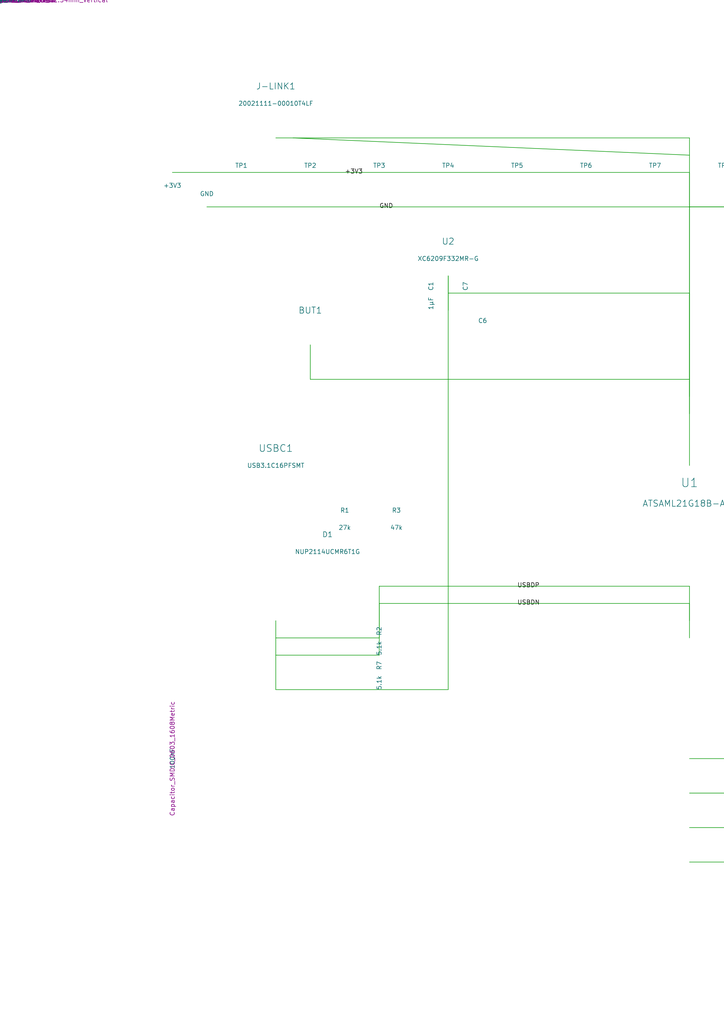
<source format=kicad_sch>
(kicad_sch (version 20231120) (generator "grok_xai")

  (uuid 8f5a2c19-7d41-4b3a-9f6d-1e2f8c7b9a3e)

  (paper "A4" portrait)

  (title_block
    (title "Sheet_1")
    (date "2024-04-30")
    (rev "1.2")
    (company "Your Company")
    (comment 1 "Drawn By: mihai.cuciuc")
    (comment 2 "Sheet: 1/1")
  )

(text "P1 and P2 mirrored on Pomelo Physics!" (at 105 375 0)
  (effects (font (size 1.8 1.8) italic))
)

(symbol (lib_id "power:+3V3") (at 50 50 0) (unit 1)
    (property "Reference" "#PWR01" (id 0) (at 50 46.2 0) (effects hide))
    (property "Value" "+3V3" (id 1) (at 50 53.8 0))
    (pin "1" (uuid 00000000-0000-0000-0000-000000000001))
  )

  (symbol (lib_id "power:GND") (at 60 60 0) (unit 1)
    (property "Reference" "#PWR02" (id 0) (at 60 63.8 0) (effects hide))
    (property "Value" "GND" (id 1) (at 60 56.2 0))
    (pin "1" (uuid 00000000-0000-0000-0000-000000000002))
  )

  (symbol (lib_id "power:+3V3") (at 300 350 0) (mirror y) (unit 1)
    (property "Reference" "#FLG01" (id 0) (at 300 353.8 0) (effects hide))
    (pin "1" (uuid 11111111-1111-1111-1111-111111111111))
  )

  (symbol (lib_id "power:GND") (at 310 360 0) (mirror y) (unit 1)
    (property "Reference" "#FLG02" (id 0) (at 310 363.8 0) (effects hide))
    (pin "1" (uuid 11111111-1111-1111-1111-111111111112))
  )


  (symbol (lib_id "Connector:USB_C_Receptacle_USB3.1") (at 80 180 0) (unit 1)
    (property "Reference" "USBC1" (id 0) (at 80 130 0) (effects (font (size 2 2))))
    (property "Value" "USB3.1C16PFSMT" (id 1) (at 80 135 0))
    (property "Footprint" "Connector_USB:USB_C_Receptacle_Molex_Mini_Fit_Jr" (id 2) (at 80 230 0) (effects hide))
    (pin "A1" (uuid a0000001-0000-0000-0000-000000000001))
    (pin "A4" (uuid a0000001-0000-0000-0000-000000000004))
    (pin "A5" (uuid a0000001-0000-0000-0000-000000000005))
    (pin "A6" (uuid a0000001-0000-0000-0000-000000000006))
    (pin "A7" (uuid a0000001-0000-0000-0000-000000000007))
    (pin "A8" (uuid a0000001-0000-0000-0000-000000000008))
    (pin "A9" (uuid a0000001-0000-0000-0000-000000000009))
    (pin "A12" (uuid a0000001-0000-0000-0000-000000000012))
    (pin "B5" (uuid a0000001-0000-0000-0000-000000000017))
    (pin "B6" (uuid a0000001-0000-0000-0000-000000000018))
    (pin "B7" (uuid a0000001-0000-0000-0000-000000000019))
    (pin "B8" (uuid a0000001-0000-0000-0000-000000000020))
  )
  


  (symbol (lib_id "Diode:TVS_Array_SO-8") (at 95 165 0) (unit 1)
    (property "Reference" "D1" (id 0) (at 95 155 0) (effects (font (size 1.5 1.5))))
    (property "Value" "NUP2114UCMR6T1G" (id 1) (at 95 160 0))
    (property "Footprint" "Package_SO:SO-8_3.9x4.9mm_P1.27mm" (id 2) (at 95 175 0) (effects hide))
    (pin "1" (uuid b0000001-0000-0000-0000-000000000001))
    (pin "2" (uuid b0000001-0000-0000-0000-000000000002))
    (pin "3" (uuid b0000001-0000-0000-0000-000000000003))
    (pin "4" (uuid b0000001-0000-0000-0000-000000000004))
    (pin "5" (uuid b0000001-0000-0000-0000-000000000005))
    (pin "6" (uuid b0000001-0000-0000-0000-000000000006))
    (pin "7" (uuid b0000001-0000-0000-0000-000000000007))
    (pin "8" (uuid b0000001-0000-0000-0000-000000000008))
  )





  (symbol (lib_id "Device:R") (at 110 185 90) (unit 1)
    (property "Reference" "R2" (id 0) (at 110 183 0))
    (property "Value" "5.1k" (id 1) (at 110 188 0))
    (property "Footprint" "Resistor_SMD:R_0603_1608Metric" (id 2) (at 110 190 0) (effects hide))
    (pin "1" (uuid c0000001-0000-0000-0000-000000000001))
    (pin "2" (uuid c0000001-0000-0000-0000-000000000002))
  )

  (symbol (lib_id "Device:R") (at 110 195 90) (unit 1)
    (property "Reference" "R7" (id 0) (at 110 193 0))
    (property "Value" "5.1k" (id 1) (at 110 198 0))
    (pin "1" (uuid c0000002-0000-0000-0000-000000000001))
    (pin "2" (uuid c0000002-0000-0000-0000-000000000002))
  )

  (symbol (lib_id "Device:R") (at 100 150 0) (unit 1)
    (property "Reference" "R1" (id 0) (at 100 148 0))
    (property "Value" "27k" (id 1) (at 100 153 0))
    (pin "1" (uuid c0000003-0000-0000-0000-000000000001))
    (pin "2" (uuid c0000003-0000-0000-0000-000000000002))
  )

  (symbol (lib_id "Device:R") (at 115 150 0) (unit 1)
    (property "Reference" "R3" (id 0) (at 115 148 0))
    (property "Value" "47k" (id 1) (at 115 153 0))
    (pin "1" (uuid c0000004-0000-0000-0000-000000000001))
    (pin "2" (uuid c0000004-0000-0000-0000-000000000002))
  )




  (symbol (lib_id "MCU_Microchip_ATSAML:ATSAML21G18B-AUT") (at 200 200 0) (unit 1)
    (property "Reference" "U1" (id 0) (at 200 140 0) (effects (font (size 2.5 2.5))))
    (property "Value" "ATSAML21G18B-AUT" (id 1) (at 200 146 0) (effects (font (size 1.8 1.8))))
    (property "Footprint" "Package_QFN:QFN-48-1EP_7x7mm_P0.5mm_EP5.1x5.1mm" (id 2) (at 200 260 0) (effects hide))
    (pin "1"  (uuid u1000001-0000-0000-0000-000000000001))
    (pin "2"  (uuid u1000001-0000-0000-0000-000000000002))
    (pin "3"  (uuid u1000001-0000-0000-0000-000000000003))
    (pin "4"  (uuid u1000001-0000-0000-0000-000000000004))
    (pin "5"  (uuid u1000001-0000-0000-0000-000000000005))
    (pin "6"  (uuid u1000001-0000-0000-0000-000000000006))
    (pin "7"  (uuid u1000001-0000-0000-0000-000000000007))
    (pin "8"  (uuid u1000001-0000-0000-0000-000000000008))
    (pin "9"  (uuid u1000001-0000-0000-0000-000000000009))
    (pin "10" (uuid u1000001-0000-0000-0000-000000000010))
    (pin "11" (uuid u1000001-0000-0000-0000-000000000011))
    (pin "12" (uuid u1000001-0000-0000-0000-000000000012))
    (pin "13" (uuid u1000001-0000-0000-0000-000000000013))
    (pin "14" (uuid u1000001-0000-0000-0000-000000000014))
    (pin "15" (uuid u1000001-0000-0000-0000-000000000015))
    (pin "16" (uuid u1000001-0000-0000-0000-000000000016))
    (pin "17" (uuid u1000001-0000-0000-0000-000000000017))
    (pin "18" (uuid u1000001-0000-0000-0000-000000000018))
    (pin "19" (uuid u1000001-0000-0000-0000-000000000019))
    (pin "20" (uuid u1000001-0000-0000-0000-000000000020))
    (pin "21" (uuid u1000001-0000-0000-0000-000000000021))
    (pin "22" (uuid u1000001-0000-0000-0000-000000000022))
    (pin "23" (uuid u1000001-0000-0000-0000-000000000023))
    (pin "24" (uuid u1000001-0000-0000-0000-000000000024))
    (pin "25" (uuid u1000001-0000-0000-0000-000000000025))
    (pin "26" (uuid u1000001-0000-0000-0000-000000000026))
    (pin "27" (uuid u1000001-0000-0000-0000-000000000027))
    (pin "28" (uuid u1000001-0000-0000-0000-000000000028))
    (pin "29" (uuid u1000001-0000-0000-0000-000000000029))
    (pin "30" (uuid u1000001-0000-0000-0000-000000000030))
    (pin "31" (uuid u1000001-0000-0000-0000-000000000031))
    (pin "32" (uuid u1000001-0000-0000-0000-000000000032))
    (pin "33" (uuid u1000001-0000-0000-0000-000000000033))
    (pin "34" (uuid u1000001-0000-0000-0000-000000000034))
    (pin "35" (uuid u1000001-0000-0000-0000-000000000035))
    (pin "36" (uuid u1000001-0000-0000-0000-000000000036))
    (pin "37" (uuid u1000001-0000-0000-0000-000000000037))
    (pin "38" (uuid u1000001-0000-0000-0000-000000000038))
    (pin "39" (uuid u1000001-0000-0000-0000-000000000039))
    (pin "40" (uuid u1000001-0000-0000-0000-000000000040))
    (pin "41" (uuid u1000001-0000-0000-0000-000000000041))
    (pin "42" (uuid u1000001-0000-0000-0000-000000000042))
    (pin "43" (uuid u1000001-0000-0000-0000-000000000043))
    (pin "44" (uuid u1000001-0000-0000-0000-000000000044))
    (pin "45" (uuid u1000001-0000-0000-0000-000000000045))
    (pin "46" (uuid u1000001-0000-0000-0000-000000000046))
    (pin "47" (uuid u1000001-0000-0000-0000-000000000047))
    (pin "48" (uuid u1000001-0000-0000-0000-000000000048))
    (pin "49" (uuid u1000001-0000-0000-0000-000000000049))
  )
  


  (symbol (lib_id "Regulator_Linear:SOT-23-5") (at 130 80 0) (unit 1)
    (property "Reference" "U2" (id 0) (at 130 70 0) (effects (font (size 1.8 1.8))))
    (property "Value" "XC6209F332MR-G" (id 1) (at 130 75 0))
    (property "Footprint" "Package_TO_SOT_SMD:SOT-23-5" (id 2) (at 130 90 0) (effects hide))
    (pin "1" (uuid ldo00001-0000-0000-0000-000000000001))
    (pin "2" (uuid ldo00001-0000-0000-0000-000000000002))
    (pin "3" (uuid ldo00001-0000-0000-0000-000000000003))
    (pin "4" (uuid ldo00001-0000-0000-0000-000000000004))
    (pin "5" (uuid ldo00001-0000-0000-0000-000000000005))
  )




  (symbol (lib_id "Device:C") (at 125 85 90) (unit 1)
    (property "Reference" "C1" (id 0) (at 125 83 0))
    (property "Value" "1µF" (id 1) (at 125 88 0))
    (property "Footprint" "Capacitor_SMD:C_0603_1608Metric" (id 2) (effects hide))
    (pin "1" (uuid cap00001-0000-0000-0000-000000000001))
    (pin "2" (uuid cap00001-0000-0000-0000-000000000002))
  )

  (symbol (lib_id "Device:C") (at 135 85 90) (unit 1)
    (property "Reference" "C7" (id 0) (at 135 83 0))
    (property "Value" "100nF" (id 1))
    (property "Footprint" "Capacitor_SMD:C_0603_1608Metric")
    (pin "1" (uuid cap00007-0000-0000-0000-000000000001))
    (pin "2" (uuid cap00007-0000-0000-0000-000000000002))
  )

  (symbol (lib_id "Device:C") (at 140 95 0) (unit 1)
    (property "Reference" "C6" (id 0) (at 140 93 0))
    (property "Value" "10µF")
    (property "Footprint" "Capacitor_SMD:C_1206_3216Metric")
    (pin "1" (uuid cap00006-0000-0000-0000-000000000001))
    (pin "2" (uuid cap00006-0000-0000-0000-000000000002))
  )




  (symbol (lib_id "Connector:Conn_01x10_Male") (at 80 40 0) (unit 1)
    (property "Reference" "J-LINK1" (id 0) (at 80 25 0) (effects (font (size 1.8 1.8))))
    (property "Value" "20021111-00010T4LF" (id 1) (at 80 30 0))
    (property "Footprint" "Connector_PinHeader_2.54mm:PinHeader_2x05_P2.54mm_Vertical")
    (pin "1"  (uuid jlink001-0000-0000-0000-000000000001))
    (pin "2"  (uuid jlink001-0000-0000-0000-000000000002))
    (pin "3"  (uuid jlink001-0000-0000-0000-000000000003))
    (pin "4"  (uuid jlink001-0000-0000-0000-000000000004))
    (pin "5"  (uuid jlink001-0000-0000-0000-000000000005))
    (pin "6"  (uuid jlink001-0000-0000-0000-000000000006))
    (pin "7"  (uuid jlink001-0000-0000-0000-000000000007))
    (pin "8"  (uuid jlink001-0000-0000-0000-000000000008))
    (pin "9"  (uuid jlink001-0000-0000-0000-000000000009))
    (pin "10" (uuid jlink001-0000-0000-0000-000000000010))
  )




  (symbol (lib_id "Device:LED") (at 340 50 0) (unit 1)
    (property "Reference" "LED1" (id 0) (at 340 45 0))
    (property "Value" "19-217/GHC-YR1S2/3T" (id 1) (at 340 55 0))
    (property "Footprint" "LED_SMD:LED_0603_1608Metric")
    (pin "1" (uuid led00001-0000-0000-0000-000000000001))
    (pin "2" (uuid led00001-0000-0000-0000-000000000002))
  )

  (symbol (lib_id "Device:R") (at 335 55 90) (unit 1)
    (property "Reference" "R26" (id 0) (at 335 53 0))
    (property "Value" "2.2k")
    (pin "1" (uuid r2600001-0000-0000-0000-000000000001))
    (pin "2" (uuid r2600001-0000-0000-0000-000000000002))
  )




  (symbol (lib_id "Switch:SW_Push") (at 90 100 0) (unit 1)
    (property "Reference" "BUT1" (id 0) (at 90 90 0) (effects (font (size 1.8 1.8))))
    (property "Value" "TS-1187A-B-A-B")
    (property "Footprint" "Button_Switch_THT:SW_PUSH_6mm")
    (pin "1" (uuid but00001-0000-0000-0000-000000000001))
    (pin "2" (uuid but00001-0000-0000-0000-000000000002))
  )
  


  (symbol (lib_id "Amplifier_Operational:OPA357") (at 300 280 0) (unit 1)
    (property "Reference" "U7" (id 0) (at 300 265 0) (effects (font (size 1.8 1.8))))
    (property "Value" "OPA357AIDBVR" (id 1) (at 300 270 0))
    (property "Footprint" "Package_TO_SOT_SMD:SOT-23-5")
    (pin "1" (uuid op700001-0000-0000-0000-000000000001))
    (pin "2" (uuid op700001-0000-0000-0000-000000000002))
    (pin "3" (uuid op700001-0000-0000-0000-000000000003))
    (pin "4" (uuid op700001-0000-0000-0000-000000000004))
    (pin "5" (uuid op700001-0000-0000-0000-000000000005))
  )

  (symbol (lib_id "Amplifier_Comparator:TLV3201") (at 340 280 0) (unit 1)
    (property "Reference" "U6" (id 0) (at 340 265 0) (effects (font (size 1.8 1.8))))
    (property "Value" "TLV3201AIDBVT" (id 1) (at 340 270 0))
    (property "Footprint" "Package_TO_SOT_SMD:SOT-23-5")
    (pin "1" (uuid comp0001-0000-0000-0000-000000000001))
    (pin "2" (uuid comp0001-0000-0000-0000-000000000002))
    (pin "3" (uuid comp0001-0000-0000-0000-000000000003))
    (pin "4" (uuid comp0001-0000-0000-0000-000000000004))
    (pin "5" (uuid comp0001-0000-0000-0000-000000000005))
  )




  (symbol (lib_id "Device:R") (at 295 275 90) (unit 1)
    (property "Reference" "R5" (id 0) (at 295 273 0))
    (property "Value" "220k")
    (pin "1" (uuid r5000001-0000-0000-0000-000000000001))
    (pin "2" (uuid r5000001-0000-0000-0000-000000000002))
  )

  (symbol (lib_id "Device:R") (at 305 275 90) (unit 1)
    (property "Reference" "R6" (id 0) (at 305 273 0))
    (property "Value" "1M")
    (pin "1" (uuid r6000001-0000-0000-0000-000000000001))
    (pin "2" (uuid r6000001-0000-0000-0000-000000000002))
  )

  (symbol (lib_id "Device:R") (at 335 275 90) (unit 1)
    (property "Reference" "R9" (id 0) (at 335 273 0))
    (property "Value" "1k")
    (pin "1" (uuid r9000001-0000-0000-0000-000000000001))
    (pin "2" (uuid r9000001-0000-0000-0000-000000000002))
  )

  (symbol (lib_id "Device:C") (at 310 285 0) (unit 1)
    (property "Reference" "C13" (id 0) (at 310 283 0))
    (property "Value" "1µF")
    (pin "1" (uuid c1300001-0000-0000-0000-000000000001))
    (pin "2" (uuid c1300001-0000-0000-0000-000000000002))
  )




  (symbol (lib_id "Transistor_FET:AO3401A") (at 380 240 0) (unit 1)
    (property "Reference" "Q3" (id 0) (at 380 230 0))
    (property "Value" "AO3401A")
    (pin "1" (uuid q3000001-0000-0000-0000-000000000001))
    (pin "2" (uuid q3000001-0000-0000-0000-000000000002))
    (pin "3" (uuid q3000001-0000-0000-0000-000000000003))
  )

  (symbol (lib_id "Transistor_FET:AO3401A") (at 390 240 0) (unit 1)
    (property "Reference" "Q4" (id 0) (at 390 230 0))
    (property "Value" "AO3401A")
    (pin "1" (uuid q4000001-0000-0000-0000-000000000001))
    (pin "2" (uuid q4000001-0000-0000-0000-000000000002))
    (pin "3" (uuid q4000001-0000-0000-0000-000000000003))
  )

  (symbol (lib_id "Transistor_BJT:MMBT5551") (at 400 250 0) (unit 1)
    (property "Reference" "Q5" (id 0) (at 400 240 0))
    (property "Value" "MMBT5551LT1G")
    (pin "1" (uuid q5000001-0000-0000-0000-000000000001))
    (pin "2" (uuid q5000001-0000-0000-0000-000000000002))
    (pin "3" (uuid q5000001-0000-0000-0000-000000000003))
  )
  


  (symbol (lib_id "Device:R") (at 280 320 90) (unit 1)
    (property "Reference" "R11" (id 0) (at 280 318 0))
    (property "Value" "10M")
    (pin "1" (uuid r1100001-0000-0000-0000-000000000001))
    (pin "2" (uuid r1100001-0000-0000-0000-000000000002))
  )

  (symbol (lib_id "Device:R") (at 280 335 90) (unit 1)
    (property "Reference" "R12" (id 0) (at 280 333 0))
    (property "Value" "10M")
    (pin "1" (uuid r1200001-0000-0000-0000-000000000001))
    (pin "2" (uuid r1200001-0000-0000-0000-000000000002))
  )

  (symbol (lib_id "Device:C") (at 285 330 0) (unit 1)
    (property "Reference" "C10" (id 0) (at 285 328 0))
    (property "Value" "100nF")
    (pin "1" (uuid c1000001-0000-0000-0000-000000000001))
    (pin "2" (uuid c1000001-0000-0000-0000-000000000002))
  )

  (symbol (lib_id "Device:L") (at 295 330 0) (unit 1)
    (property "Reference" "L2" (id 0) (at 295 325 0))
    (property "Value" "10µH")
    (property "Footprint" "Inductor_SMD:L_0805_2012Metric")
    (pin "1" (uuid l2000001-0000-0000-0000-000000000001))
    (pin "2" (uuid l2000001-0000-0000-0000-000000000002))
  )




  (symbol (lib_id "Connector:Conn_02x02_Odd_Even") (at 100 380 0) (unit 1)
    (property "Reference" "P1" (id 0) (at 100 365 0) (effects (font (size 1.8 1.8))))
    (property "Value" "Header_2x2_2.54mm")
    (pin "1" (uuid p1000001-0000-0000-0000-000000000001))
    (pin "2" (uuid p1000001-0000-0000-0000-000000000002))
    (pin "3" (uuid p1000001-0000-0000-0000-000000000003))
    (pin "4" (uuid p1000001-0000-0000-0000-000000000004))
  )

  (symbol (lib_id "Connector:Conn_02x02_Odd_Even") (at 130 380 0) (unit 1)
    (property "Reference" "P2" (id 0) (at 130 365 0) (effects (font (size 1.8 1.8))))
    (property "Value" "Header_2x2_2.54mm")
    (pin "1" (uuid p2000001-0000-0000-0000-000000000001))
    (pin "2" (uuid p2000001-0000-0000-0000-000000000002))
    (pin "3" (uuid p2000001-0000-0000-0000-000000000003))
    (pin "4" (uuid p2000001-0000-0000-0000-000000000004))
  )




  (symbol (lib_id "Connector:Conn_01x07") (at 360 100 0) (unit 1)
    (property "Reference" "H2" (id 0) (at 360 85 0))
    (pin "1" (uuid h2000001-0000-0000-0000-000000000001))
    (pin "2" (uuid h2000001-0000-0000-0000-000000000002))
    (pin "3" (uuid h2000001-0000-0000-0000-000000000003))
    (pin "4" (uuid h2000001-0000-0000-0000-000000000004))
    (pin "5" (uuid h2000001-0000-0000-0000-000000000005))
    (pin "6" (uuid h2000001-0000-0000-0000-000000000006))
    (pin "7" (uuid h2000001-0000-0000-0000-000000000007))
  )

  (symbol (lib_id "Connector:Conn_01x07") (at 360 140 0) (unit 1)
    (property "Reference" "H3" (id 0) (at 360 125 0))
    (pin "1" (uuid h3000001-0000-0000-0000-000000000001))
    (pin "2" (uuid h3000001-0000-0000-0000-000000000002))
    (pin "3" (uuid h3000001-0000-0000-0000-000000000003))
    (pin "4" (uuid h3000001-0000-0000-0000-000000000004))
    (pin "5" (uuid h3000001-0000-0000-0000-000000000005))
    (pin "6" (uuid h3000001-0000-0000-0000-000000000006))
    (pin "7" (uuid h3000001-0000-0000-0000-000000000007))
  )

  (symbol (lib_id "Connector:Conn_01x07") (at 360 180 0) (unit 1)
    (property "Reference" "H5" (id 0) (at 360 165 0))
    (pin "1" (uuid h5000001-0000-0000-0000-000000000001))
    (pin "2" (uuid h5000001-0000-0000-0000-000000000002))
    (pin "3" (uuid h5000001-0000-0000-0000-000000000003))
    (pin "4" (uuid h5000001-0000-0000-0000-000000000004))
    (pin "5" (uuid h5000001-0000-0000-0000-000000000005))
    (pin "6" (uuid h5000001-0000-0000-0000-000000000006))
    (pin "7" (uuid h5000001-0000-0000-0000-000000000007))
  )



  (symbol (lib_id "TestPoint:TestPoint_Pad_1.5x1.5mm") (at  70  50 0) (unit 1)
    (property "Reference" "TP1" (id 0) (at 70 48 0))
  )
  (symbol (lib_id "TestPoint:TestPoint_Pad_1.5x1.5mm") (at  90  50 0) (unit 1)
    (property "Reference" "TP2" (id 0) (at 90 48 0))
  )
  (symbol (lib_id "TestPoint:TestPoint_Pad_1.5x1.5mm") (at 110  50 0) (unit 1)
    (property "Reference" "TP3" (id 0) (at 110 48 0))
  )
  (symbol (lib_id "TestPoint:TestPoint_Pad_1.5x1.5mm") (at 130  50 0) (unit 1)
    (property "Reference" "TP4" (id 0) (at 130 48 0))
  )
  (symbol (lib_id "TestPoint:TestPoint_Pad_1.5x1.5mm") (at 150  50 0) (unit 1)
    (property "Reference" "TP5" (id 0) (at 150 48 0))
  )
  (symbol (lib_id "TestPoint:TestPoint_Pad_1.5x1.5mm") (at 170  50 0) (unit 1)
    (property "Reference" "TP6" (id 0) (at 170 48 0))
  )
  (symbol (lib_id "TestPoint:TestPoint_Pad_1.5x1.5mm") (at 190  50 0) (unit 1)
    (property "Reference" "TP7" (id 0) (at 190 48 0))
  )
  (symbol (lib_id "TestPoint:TestPoint_Pad_1.5x1.5mm") (at 210  50 0) (unit 1)
    (property "Reference" "TP8" (id 0) (at 210 48 0))
  )
  (symbol (lib_id "TestPoint:TestPoint_Pad_1.5x1.5mm") (at 230  50 0) (unit 1)
    (property "Reference" "TP9" (id 0) (at 230 48 0))
  )
  (symbol (lib_id "TestPoint:TestPoint_Pad_1.5x1.5mm") (at 250  50 0) (unit 1)
    (property "Reference" "TP10" (id 0) (at 250 48 0))
  )
  (symbol (lib_id "TestPoint:TestPoint_Pad_1.5x1.5mm") (at 270  50 0) (unit 1)
    (property "Reference" "TP11" (id 0) (at 270 48 0))
  )
  (symbol (lib_id "TestPoint:TestPoint_Pad_1.5x1.5mm") (at 290  50 0) (unit 1)
    (property "Reference" "TP12" (id 0) (at 290 48 0))
  )
  (symbol (lib_id "TestPoint:TestPoint_Pad_1.5x1.5mm") (at 310  50 0) (unit 1)
    (property "Reference" "TP13" (id 0) (at 310 48 0))
  )
  (symbol (lib_id "TestPoint:TestPoint_Pad_1.5x1.5mm") (at 330  50 0) (unit 1)
    (property "Reference" "TP14" (id 0) (at 330 48 0))
  )
  (symbol (lib_id "TestPoint:TestPoint_Pad_1.5x1.5mm") (at 350  50 0) (unit 1)
    (property "Reference" "TP15" (id 0) (at 350 48 0))
  )
  (symbol (lib_id "TestPoint:TestPoint_Pad_1.5x1.5mm") (at 370  50 0) (unit 1)
    (property "Reference" "TP16" (id 0) (at 370 48 0))
  )
  (symbol (lib_id "TestPoint:TestPoint_Pad_1.5x1.5mm") (at 390  50 0) (unit 1)
    (property "Reference" "TP17" (id 0) (at 390 48 0))
  )
  (symbol (lib_id "TestPoint:TestPoint_Pad_1.5x1.5mm") (at 410  50 0) (unit 1)
    (property "Reference" "TP18" (id 0) (at 410 48 0))
  )




  (symbol (lib_id "Device:R") (at 260 290 90) (unit 1)
    (property "Reference" "R8" (id 0) (at 260 288 0))
    (property "Value" "100k")
    (pin "1" (uuid r8000001-0000-0000-0000-000000000001))
    (pin "2" (uuid r8000001-0000-0000-0000-000000000002))
  )

  (symbol (lib_id "Device:R") (at 320 300 0) (unit 1)
    (property "Reference" "R10" (id 0) (at 320 298 0))
    (property "Value" "4.7k")
    (pin "1" (uuid r1000001-0000-0000-0000-000000000001))
    (pin "2" (uuid r1000001-0000-0000-0000-000000000002))
  )

  (symbol (lib_id "Device:C") (at 330 310 90) (unit 1)
    (property "Reference" "C15" (id 0) (at 330 308 0))
    (property "Value" "22pF")
    (pin "1" (uuid c1500001-0000-0000-0000-000000000001))
    (pin "2" (uuid c1500001-0000-0000-0000-000000000002))
  )
  


  (wire (pts (xy 80 180) (xy 80 200))
    (stroke (width 0) (type solid))
    (uuid 10000000-0000-0000-0000-000000000001))
  (wire (pts (xy 80 200) (xy 130 200))
    (stroke (width 0) (type solid))
    (uuid 10000000-0000-0000-0000-000000000002))
  (wire (pts (xy 130 200) (xy 130 80))
    (stroke (width 0) (type solid))
    (uuid 10000000-0000-0000-0000-000000000003))
  (wire (pts (xy 130 80) (xy 130 90))
    (stroke (width 0) (type solid))
    (uuid 10000000-0000-0000-0000-000000000004))

  (wire (pts (xy 80 185) (xy 110 185))
    (stroke (width 0) (type solid))
    (uuid 10000000-0000-0000-0000-000000000005))
  (wire (pts (xy 110 185) (xy 110 170))
    (stroke (width 0) (type solid))
    (uuid 10000000-0000-0000-0000-000000000006))
  (wire (pts (xy 110 170) (xy 200 170))
    (stroke (width 0) (type solid))
    (uuid 10000000-0000-0000-0000-000000000007))
  (wire (pts (xy 200 170) (xy 200 180))
    (stroke (width 0) (type solid))
    (uuid 10000000-0000-0000-0000-000000000008))

  (wire (pts (xy 80 190) (xy 110 190))
    (stroke (width 0) (type solid))
    (uuid 10000000-0000-0000-0000-000000000009))
  (wire (pts (xy 110 190) (xy 110 175))
    (stroke (width 0) (type solid))
    (uuid 10000000-0000-0000-0000-000000000010))
  (wire (pts (xy 110 175) (xy 200 175))
    (stroke (width 0) (type solid))
    (uuid 10000000-0000-0000-0000-000000000011))
  (wire (pts (xy 200 175) (xy 200 185))
    (stroke (width 0) (type solid))
    (uuid 10000000-0000-0000-0000-000000000012))

  (wire (pts (xy 50 50) (xy 200 50))
    (stroke (width 0) (type solid))
    (uuid 20000000-0000-0000-0000-000000000001))
  (wire (pts (xy 200 50) (xy 200 100))
    (stroke (width 0) (type solid))
    (uuid 20000000-0000-0000-0000-000000000002))
  (wire (pts (xy 200 100) (xy 200 110))
    (stroke (width 0) (type solid))
    (uuid 20000000-0000-0000-0000-000000000003))

  (wire (pts (xy 60 60) (xy 400 60))
    (stroke (width 0) (type solid))
    (uuid 30000000-0000-0000-0000-000000000001))

  (wire (pts (xy 300 280) (xy 320 280))
    (stroke (width 0) (type solid))
    (uuid 40000000-0000-0000-0000-000000000001))
  (wire (pts (xy 320 280) (xy 340 280))
    (stroke (width 0) (type solid))
    (uuid 40000000-0000-0000-0000-000000000002))
  (wire (pts (xy 340 280) (xy 340 275))
    (stroke (width 0) (type solid))
    (uuid 40000000-0000-0000-0000-000000000003))

  (wire (pts (xy 280 320) (xy 280 350))
    (stroke (width 0) (type solid))
    (uuid 50000000-0000-0000-0000-000000000001))
  (wire (pts (xy 280 350) (xy 295 350))
    (stroke (width 0) (type solid))
    (uuid 50000000-0000-0000-0000-000000000002))
  (wire (pts (xy 295 350) (xy 100 350))
    (stroke (width 0) (type solid))
    (uuid 50000000-0000-0000-0000-000000000003))
  (wire (pts (xy 100 350) (xy 100 380))
    (stroke (width 0) (type solid))
    (uuid 50000000-0000-0000-0000-000000000004))

  (wire (pts (xy 200 220) (xy 350 220))
    (stroke (width 0) (type solid))
    (uuid 60000000-0000-0000-0000-000000000001))
  (wire (pts (xy 350 220) (xy 360 140))
    (stroke (width 0) (type solid))
    (uuid 60000000-0000-0000-0000-000000000002))




  (wire (pts (xy 200 240) (xy 380 240))
    (stroke (width 0) (type solid))
    (uuid 70000000-0000-0000-0000-000000000001))
  (wire (pts (xy 380 240) (xy 380 100))
    (stroke (width 0) (type solid))
    (uuid 70000000-0000-0000-0000-000000000002))

  (wire (pts (xy 200 230) (xy 360 230))
    (stroke (width 0) (type solid))
    (uuid 80000000-0000-0000-0000-000000000001))
  (wire (pts (xy 360 230) (xy 360 100))
    (stroke (width 0) (type solid))
    (uuid 80000000-0000-0000-0000-000000000002))

  (wire (pts (xy 200 250) (xy 360 250))
    (stroke (width 0) (type solid))
    (uuid 90000000-0000-0000-0000-000000000001))

  (wire (pts (xy 340 275) (xy 360 275))
    (stroke (width 0) (type solid))
    (uuid a0000000-0000-0000-0000-000000000001))
  (wire (pts (xy 360 275) (xy 360 180))
    (stroke (width 0) (type solid))
    (uuid a0000000-0000-0000-0000-000000000002))

  (wire (pts (xy 130 85) (xy 200 85))
    (stroke (width 0) (type solid))
    (uuid b0000000-0000-0000-0000-000000000001))
  (wire (pts (xy 200 85) (xy 200 120))
    (stroke (width 0) (type solid))
    (uuid b0000000-0000-0000-0000-000000000002))

  (wire (pts (xy 90 100) (xy 90 110))
    (stroke (width 0) (type solid))
    (uuid c0000000-0000-0000-0000-000000000001))
  (wire (pts (xy 90 110) (xy 200 110))
    (stroke (width 0) (type solid))
    (uuid c0000000-0000-0000-0000-000000000002))
  (wire (pts (xy 200 110) (xy 200 115))
    (stroke (width 0) (type solid))
    (uuid c0000000-0000-0000-0000-000000000003))

  (wire (pts (xy 80 40) (xy 200 40))
    (stroke (width 0) (type solid))
    (uuid d0000000-0000-0000-0000-000000000001))
  (wire (pts (xy 200 40) (xy 200 135))
    (stroke (width 0) (type solid))
    (uuid d0000000-0000-0000-0000-000000000002))

  (wire (pts (xy 85 40) (xy 200 45))
    (stroke (width 0) (type solid))
    (uuid e0000000-0000-0000-0000-000000000001))

  (wire (pts (xy 335 55) (xy 335 60))
    (stroke (width 0) (type solid))
    (uuid f0000000-0000-0000-0000-000000000001))
  (wire (pts (xy 335 60) (xy 200 60))
    (stroke (width 0) (type solid))
    (uuid f0000000-0000-0000-0000-000000000002))




  (label "USBDP" (at 150 170 0) (effects (font (size 1.27 1.27)) (justify left))
    (uuid l0000001-0000-0000-0000-000000000001))
  (label "USBDN" (at 150 175 0) (effects (font (size 1.27 1.27)) (justify left))
    (uuid l0000001-0000-0000-0000-000000000002))
  (label "SHAPER_OUT" (at 320 270 0) (effects (font (size 1.27 1.27)) (justify left))
    (uuid l0000001-0000-0000-0000-000000000003))
  (label "PA04_RAMP_OUT" (at 350 220 0) (effects (font (size 1.27 1.27)) (justify left))
    (uuid l0000001-0000-0000-0000-000000000004))
  (label "PB03_PEAKDET_EN" (at 380 235 0) (effects (font (size 1.27 1.27)) (justify left))
    (uuid l0000001-0000-0000-0000-000000000005))
  (label "Vbias" (at 280 340 0) (effects (font (size 1.27 1.27)) (justify left))
    (uuid l0000001-0000-0000-0000-000000000006))
  (label "+3V3" (at 100 50 0) (effects (font (size 1.27 1.27)) (justify left))
    (uuid l0000001-0000-0000-0000-000000000007))
  (label "GND" (at 110 60 0) (effects (font (size 1.27 1.27)) (justify left))
    (uuid l0000001-0000-0000-0000-000000000008))

    


  (label "PA10_PWM" (at 360 95 180) (effects (font (size 1.27 1.27)) (justify right))
    (uuid l0000002-0000-0000-0000-000000000001))
  (label "PA11_TRG_OUT" (at 360 105 180) (effects (font (size 1.27 1.27)) (justify right))
    (uuid l0000002-0000-0000-0000-000000000002))
  (label "PA15_PEAKDET_DISABLE" (at 360 115 180) (effects (font (size 1.27 1.27)) (justify right))
    (uuid l0000002-0000-0000-0000-000000000003))
  (label "PA08_RESET" (at 360 135 180) (effects (font (size 1.27 1.27)) (justify right))
    (uuid l0000002-0000-0000-0000-000000000004))
  (label "SiPM_A" (at 100 370 0) (effects (font (size 1.27 1.27))))
    (uuid l0000002-0000-0000-0000-000000000005))
  (label "SiPM_B" (at 130 370 0) (effects (font (size 1.27 1.27))))
    (uuid l0000002-0000-0000-0000-000000000006))




  (wire (pts (xy 100 380) (xy 280 380))
    (stroke (width 0) (type solid))
    (uuid w0000001-0000-0000-0000-000000000100))
  (wire (pts (xy 280 380) (xy 280 290))
    (stroke (width 0) (type solid))
    (uuid w0000001-0000-0000-0000-000000000101))
  (wire (pts (xy 280 290) (xy 300 290))
    (stroke (width 0) (type solid))
    (uuid w0000001-0000-0000-0000-000000000102))

  (wire (pts (xy 300 285) (xy 300 275))
    (stroke (width 0) (type solid))
    (uuid w0000001-0000-0000-0000-000000000103))
  (wire (pts (xy 300 275) (xy 305 275))
    (stroke (width 0) (type solid))
    (uuid w0000001-0000-0000-0000-000000000104))

  (wire (pts (xy 340 285) (xy 340 290))
    (stroke (width 0) (type solid))
    (uuid w0000001-0000-0000-0000-000000000105))

  (wire (pts (xy 380 245) (xy 380 250))
    (stroke (width 0) (type solid))
    (uuid w0000001-0000-0000-0000-000000000106))




  (wire (pts (xy 50 50) (xy 300 50))
    (stroke (width 0) (type solid))
    (uuid pwr30001-0000-0000-0000-000000000001))
  (wire (pts (xy 300 50) (xy 300 275))
    (stroke (width 0) (type solid))
    (uuid pwr30001-0000-0000-0000-000000000002))
  (wire (pts (xy 300 50) (xy 340 275))
    (stroke (width 0) (type solid))
    (uuid pwr30001-0000-0000-0000-000000000003))

  (wire (pts (xy 60 60) (xy 300 60))
    (stroke (width 0) (type solid))
    (uuid gnd30001-0000-0000-0000-000000000001))
  (wire (pts (xy 300 60) (xy 300 285))
    (stroke (width 0) (type solid))
    (uuid gnd30001-0000-0000-0000-000000000002))
  (wire (pts (xy 300 60) (xy 340 285))
    (stroke (width 0) (type solid))
    (uuid gnd30001-0000-0000-0000-000000000003))

    


  (wire (pts (xy 195 105) (xy 195 115))
    (stroke (width 0) (type solid))
    (uuid dec001-0000-0000-0000-000000000001))
  (wire (pts (xy 195 115) (xy 200 115))
    (stroke (width 0) (type solid))
    (uuid dec001-0000-0000-0000-000000000002))

  (wire (pts (xy 205 105) (xy 205 125))
    (stroke (width 0) (type solid))
    (uuid dec002-0000-0000-0000-000000000001))

  (wire (pts (xy 200 200) (xy 200 210))
    (stroke (width 0) (type solid))
    (uuid dec003-0000-0000-0000-000000000001))




  (wire (pts (xy 70 50) (xy 80 40))
    (stroke (width 0) (type solid))
    (uuid tp00001-0000-0000-0000-000000000001))
  (wire (pts (xy 90 50) (xy 90 100))
    (stroke (width 0) (type solid))
    (uuid tp00002-0000-0000-0000-000000000001))
  (wire (pts (xy 110 50) (xy 130 80))
    (stroke (width 0) (type solid))
    (uuid tp00003-0000-0000-0000-000000000001))
  (wire (pts (xy 150 50) (xy 280 340))
    (stroke (width 0) (type solid))
    (uuid tp00005-0000-0000-0000-000000000001))
  (wire (pts (xy 190 50) (xy 300 280))
    (stroke (width 0) (type solid))
    (uuid tp00007-0000-0000-0000-000000000001))
  (wire (pts (xy 250 50) (xy 340 275))
    (stroke (width 0) (type solid))
    (uuid tp00010-0000-0000-0000-000000000001))




  (symbol (lib_id "power:+3V3") (at 100 55 0) (unit 1)
    (property "Reference" "#PWR" (effects hide))
    (property "Value" "+3V3" (effects (font (size 1.27 1.27))))
    (pin "1" (uuid pwrflg01-0000-0000-0000-000000000001))
  )

  (symbol (lib_id "power:GND") (at 110 65 0) (unit 1)
    (property "Reference" "#PWR" (effects hide))
    (property "Value" "GND" (effects (font (size 1.27 1.27))))
    (pin "1" (uuid gndflg01-0000-0000-0000-000000000001))
  )

  (symbol (lib_id "power:+3V3") (at 350 55 0) (mirror y) (unit 1)
    (property "Reference" "#FLG" (effects hide))
    (pin "1" (uuid pwrflg02-0000-0000-0000-000000000001))
  )

  (symbol (lib_id "power:GND") (at 360 65 0) (mirror y) (unit 1)
    (property "Reference" "#FLG" (effects hide))
    (pin "1" (uuid gndflg02-0000-0000-0000-000000000001))
  )




  (wire (pts (xy 130 380) (xy 280 380))
    (stroke (width 0) (type solid))
    (uuid wfinal01-0000-0000-0000-000000000001))

  (wire (pts (xy 360 100) (xy 360 60))
    (stroke (width 0) (type solid))
    (uuid wfinal02-0000-0000-0000-000000000001))
  (wire (pts (xy 360 140) (xy 360 60))
    (stroke (width 0) (type solid))
    (uuid wfinal02-0000-0000-0000-000000000002))
  (wire (pts (xy 360 180) (xy 360 60))
    (stroke (width 0) (type solid))
    (uuid wfinal02-0000-0000-0000-000000000003))

  (wire (pts (xy 370 100) (xy 370 60))
    (stroke (width 0) (type solid))
    (uuid wfinal03-0000-0000-0000-000000000001))
  (wire (pts (xy 370 140) (xy 370 60))
    (stroke (width 0) (type solid))
    (uuid wfinal03-0000-0000-0000-000000000002))
  (wire (pts (xy 370 180) (xy 370 60))
    (stroke (width 0) (type solid))
    (uuid wfinal03-0000-0000-0000-000000000003))

  (wire (pts (xy 200 160) (xy 360 160))
    (stroke (width 0) (type solid))
    (uuid wfinal04-0000-0000-0000-000000000001))
  (wire (pts (xy 200 165) (xy 360 165))
    (stroke (width 0) (type solid))
    (uuid wfinal04-0000-0000-0000-000000000002))
  (wire (pts (xy 200 170) (xy 360 170))
    (stroke (width 0) (type solid))
    (uuid wfinal04-0000-0000-0000-000000000003))

  (wire (pts (xy 340 50) (xy 340 55))
    (stroke (width 0) (type solid))
    (uuid ledwire1-0000-0000-0000-000000000001))
  (wire (pts (xy 340 55) (xy 335 55))
    (stroke (width 0) (type solid))
    (uuid ledwire2-0000-0000-0000-000000000001))
)


</source>
